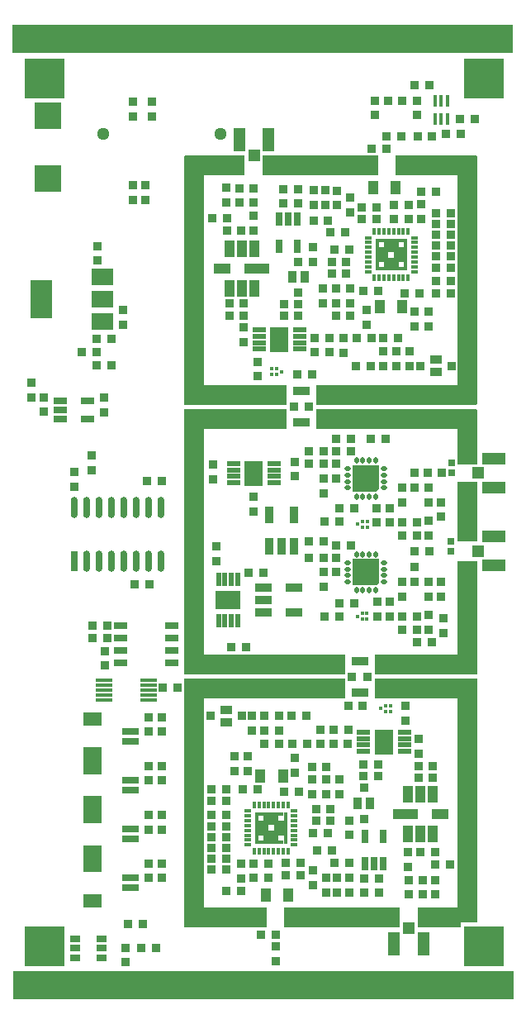
<source format=gts>
%FSLAX24Y24*%
%MOIN*%
G70*
G01*
G75*
G04 Layer_Color=8388736*
%ADD10P,0.0490X8X202.5*%
%ADD11O,0.0138X0.0197*%
%ADD12O,0.0197X0.0138*%
%ADD13R,0.0787X0.1063*%
%ADD14R,0.1063X0.0787*%
%ADD15R,0.0315X0.0315*%
%ADD16R,0.0315X0.0315*%
%ADD17R,0.1024X0.1024*%
%ADD18R,0.0591X0.0299*%
%ADD19R,0.0394X0.0276*%
%ADD20R,0.0394X0.0276*%
%ADD21R,0.0787X0.1496*%
%ADD22R,0.0787X0.0591*%
%ADD23R,0.0787X0.0591*%
%ADD24R,0.0138X0.0354*%
%ADD25O,0.0236X0.0787*%
%ADD26R,0.0236X0.0787*%
%ADD27R,0.0433X0.0866*%
%ADD28R,0.0394X0.0413*%
%ADD29R,0.0630X0.0331*%
%ADD30R,0.0331X0.0630*%
%ADD31R,0.0945X0.0331*%
%ADD32R,0.0110X0.0138*%
%ADD33R,0.0394X0.0276*%
%ADD34R,0.0276X0.0315*%
%ADD35R,0.0276X0.0315*%
%ADD36R,0.0630X0.0315*%
G04:AMPARAMS|DCode=37|XSize=11.8mil|YSize=25.6mil|CornerRadius=3mil|HoleSize=0mil|Usage=FLASHONLY|Rotation=180.000|XOffset=0mil|YOffset=0mil|HoleType=Round|Shape=RoundedRectangle|*
%AMROUNDEDRECTD37*
21,1,0.0118,0.0197,0,0,180.0*
21,1,0.0059,0.0256,0,0,180.0*
1,1,0.0059,-0.0030,0.0098*
1,1,0.0059,0.0030,0.0098*
1,1,0.0059,0.0030,-0.0098*
1,1,0.0059,-0.0030,-0.0098*
%
%ADD37ROUNDEDRECTD37*%
G04:AMPARAMS|DCode=38|XSize=11.8mil|YSize=25.6mil|CornerRadius=3mil|HoleSize=0mil|Usage=FLASHONLY|Rotation=270.000|XOffset=0mil|YOffset=0mil|HoleType=Round|Shape=RoundedRectangle|*
%AMROUNDEDRECTD38*
21,1,0.0118,0.0197,0,0,270.0*
21,1,0.0059,0.0256,0,0,270.0*
1,1,0.0059,-0.0098,-0.0030*
1,1,0.0059,-0.0098,0.0030*
1,1,0.0059,0.0098,0.0030*
1,1,0.0059,0.0098,-0.0030*
%
%ADD38ROUNDEDRECTD38*%
%ADD39R,0.1299X0.1299*%
%ADD40R,0.0197X0.0197*%
%ADD41R,0.0500X0.0252*%
%ADD42R,0.0236X0.0500*%
%ADD43R,0.0354X0.0512*%
%ADD44R,0.0866X0.0433*%
%ADD45R,0.0413X0.0394*%
%ADD46R,0.0500X0.0236*%
%ADD47R,0.0299X0.0591*%
%ADD48R,0.0276X0.0394*%
%ADD49R,0.0315X0.0276*%
%ADD50R,0.0630X0.0236*%
%ADD51R,0.0709X0.0472*%
%ADD52R,0.0591X0.0118*%
%ADD53R,0.1024X0.0748*%
%ADD54R,0.0157X0.0472*%
%ADD55R,0.0472X0.0157*%
%ADD56R,0.0748X0.1024*%
%ADD57C,0.0295*%
%ADD58C,0.0079*%
%ADD59C,0.0098*%
%ADD60C,0.0197*%
%ADD61C,0.0138*%
%ADD62C,0.0276*%
%ADD63C,0.0136*%
%ADD64C,0.0380*%
%ADD65C,0.0118*%
%ADD66C,0.0354*%
%ADD67R,0.0787X1.2451*%
%ADD68R,0.0787X1.2441*%
%ADD69R,0.6496X0.1772*%
%ADD70R,0.3297X0.0787*%
%ADD71R,0.4695X0.0787*%
%ADD72R,0.2441X0.0787*%
%ADD73R,0.4114X0.1772*%
%ADD74R,0.0787X2.1142*%
%ADD75R,0.3337X0.0787*%
%ADD76R,0.0787X1.4764*%
%ADD77R,0.2421X0.0787*%
%ADD78R,0.0787X0.2441*%
%ADD79R,0.1575X0.1575*%
%ADD80C,0.0394*%
%ADD81R,0.1575X0.1575*%
%ADD82C,0.0354*%
%ADD83C,0.0315*%
%ADD84C,0.0276*%
%ADD85C,0.0197*%
%ADD86C,0.0400*%
G04:AMPARAMS|DCode=87|XSize=169.291mil|YSize=169.291mil|CornerRadius=0mil|HoleSize=0mil|Usage=FLASHONLY|Rotation=0.000|XOffset=0mil|YOffset=0mil|HoleType=Round|Shape=Relief|Width=19.7mil|Gap=9.8mil|Entries=4|*
%AMTHD87*
7,0,0,0.1693,0.1496,0.0197,45*
%
%ADD87THD87*%
%ADD88C,0.0866*%
%ADD89C,0.0551*%
%ADD90R,0.0394X0.1000*%
%ADD91C,0.0039*%
%ADD92C,0.0236*%
%ADD93C,0.0080*%
%ADD94C,0.0100*%
%ADD95C,0.0060*%
%ADD96C,0.0059*%
%ADD97R,0.0138X0.0512*%
%ADD98R,0.0118X0.1014*%
%ADD99R,0.0128X0.0551*%
%ADD100R,0.0551X0.0128*%
%ADD101R,0.1014X0.0118*%
%ADD102R,0.0098X0.0128*%
%ADD103R,0.0108X0.0128*%
%ADD104R,0.0138X0.0512*%
%ADD105R,0.0945X0.0669*%
%ADD106R,0.0669X0.0945*%
%ADD107R,0.0866X0.0669*%
%ADD108R,0.0866X0.0669*%
%ADD109R,0.0866X0.1575*%
%ADD110R,0.0177X0.0472*%
%ADD111R,0.0177X0.0472*%
%ADD112R,0.0591X0.0423*%
%ADD113R,0.0423X0.0591*%
%ADD114R,0.0984X0.0157*%
%ADD115R,0.0157X0.1299*%
%ADD116R,0.1772X0.0787*%
%ADD117R,0.0787X0.9833*%
%ADD118R,0.3337X0.0787*%
%ADD119R,0.0787X1.0000*%
%ADD120R,0.4134X0.0787*%
%ADD121R,0.6496X0.0787*%
%ADD122R,0.0787X1.0039*%
%ADD123R,0.3297X0.0787*%
%ADD124R,0.0787X1.0039*%
%ADD125R,2.0215X0.1161*%
%ADD126R,2.0207X0.1157*%
%ADD127R,0.4134X0.0787*%
%ADD128R,0.6496X0.0787*%
%ADD129R,0.0787X1.0669*%
%ADD130R,0.0787X0.2205*%
%ADD131R,0.0787X0.2441*%
%ADD132R,0.0787X0.4567*%
%ADD133R,0.0669X0.0157*%
%ADD134R,0.0768X0.0167*%
%ADD135O,0.0197X0.0256*%
%ADD136O,0.0256X0.0197*%
%ADD137R,0.0374X0.0374*%
%ADD138R,0.0374X0.0374*%
%ADD139R,0.1083X0.1083*%
%ADD140R,0.0650X0.0358*%
%ADD141R,0.0433X0.0315*%
%ADD142R,0.0433X0.0315*%
%ADD143R,0.0846X0.1555*%
%ADD144R,0.0846X0.0650*%
%ADD145R,0.0846X0.0650*%
%ADD146O,0.0295X0.0846*%
%ADD147R,0.0295X0.0846*%
%ADD148R,0.0492X0.0925*%
%ADD149R,0.0453X0.0472*%
%ADD150R,0.0709X0.0409*%
%ADD151R,0.0409X0.0709*%
%ADD152R,0.1024X0.0409*%
%ADD153R,0.0390X0.0689*%
%ADD154R,0.0150X0.0177*%
%ADD155R,0.0453X0.0335*%
%ADD156R,0.0335X0.0374*%
%ADD157R,0.0335X0.0374*%
%ADD158R,0.0689X0.0374*%
G04:AMPARAMS|DCode=159|XSize=15.7mil|YSize=29.5mil|CornerRadius=4.9mil|HoleSize=0mil|Usage=FLASHONLY|Rotation=180.000|XOffset=0mil|YOffset=0mil|HoleType=Round|Shape=RoundedRectangle|*
%AMROUNDEDRECTD159*
21,1,0.0157,0.0197,0,0,180.0*
21,1,0.0059,0.0295,0,0,180.0*
1,1,0.0098,-0.0030,0.0098*
1,1,0.0098,0.0030,0.0098*
1,1,0.0098,0.0030,-0.0098*
1,1,0.0098,-0.0030,-0.0098*
%
%ADD159ROUNDEDRECTD159*%
G04:AMPARAMS|DCode=160|XSize=15.7mil|YSize=29.5mil|CornerRadius=4.9mil|HoleSize=0mil|Usage=FLASHONLY|Rotation=270.000|XOffset=0mil|YOffset=0mil|HoleType=Round|Shape=RoundedRectangle|*
%AMROUNDEDRECTD160*
21,1,0.0157,0.0197,0,0,270.0*
21,1,0.0059,0.0295,0,0,270.0*
1,1,0.0098,-0.0098,-0.0030*
1,1,0.0098,-0.0098,0.0030*
1,1,0.0098,0.0098,0.0030*
1,1,0.0098,0.0098,-0.0030*
%
%ADD160ROUNDEDRECTD160*%
%ADD161R,0.0256X0.0256*%
%ADD162R,0.0559X0.0311*%
%ADD163R,0.0295X0.0559*%
%ADD164R,0.0413X0.0571*%
%ADD165R,0.0925X0.0492*%
%ADD166R,0.0472X0.0453*%
%ADD167R,0.0559X0.0295*%
%ADD168R,0.0358X0.0650*%
%ADD169R,0.0335X0.0453*%
%ADD170R,0.0374X0.0335*%
%ADD171R,0.0689X0.0295*%
%ADD172R,0.0768X0.0532*%
%ADD173R,0.0217X0.0532*%
%ADD174R,0.0532X0.0217*%
%ADD175R,0.1634X0.1634*%
%ADD176C,0.0512*%
%ADD177R,0.1634X0.1634*%
G36*
X75305Y46959D02*
X75187Y46841D01*
X74242D01*
Y47904D01*
X75305D01*
Y46959D01*
D02*
G37*
G36*
Y50748D02*
X75187Y50630D01*
X74242D01*
Y51693D01*
X75305D01*
Y50748D01*
D02*
G37*
G54D53*
X69203Y46250D02*
D03*
G54D56*
X70246Y51368D02*
D03*
X71280Y56762D02*
D03*
X75502Y40531D02*
D03*
G54D71*
X73794Y33465D02*
D03*
X72938Y63780D02*
D03*
G54D72*
X68681D02*
D03*
G54D107*
X64144Y59293D02*
D03*
Y57481D02*
D03*
G54D108*
Y58387D02*
D03*
G54D109*
X61663D02*
D03*
G54D110*
X77549Y65640D02*
D03*
X78061Y65640D02*
D03*
X78061Y66388D02*
D03*
X77549Y66388D02*
D03*
G54D111*
X77805Y65640D02*
D03*
X77805Y66388D02*
D03*
G54D112*
X70945Y37375D02*
D03*
Y36755D02*
D03*
X75788Y59869D02*
D03*
Y60489D02*
D03*
G54D113*
X71255Y37065D02*
D03*
X70635D02*
D03*
X75478Y60179D02*
D03*
X76098D02*
D03*
G54D114*
X70945Y36494D02*
D03*
Y37636D02*
D03*
X75788Y60750D02*
D03*
Y59608D02*
D03*
G54D115*
X71516Y37065D02*
D03*
X70374D02*
D03*
X75217Y60179D02*
D03*
X76359D02*
D03*
G54D116*
X77717Y33465D02*
D03*
G54D117*
X78858Y38155D02*
D03*
G54D118*
X69109Y33465D02*
D03*
G54D119*
X67835Y38071D02*
D03*
G54D120*
X69508Y53543D02*
D03*
X77185Y43661D02*
D03*
G54D121*
X76004Y53543D02*
D03*
X70689Y43661D02*
D03*
G54D122*
X78858Y59154D02*
D03*
G54D123*
X77603Y63780D02*
D03*
G54D124*
X67835Y59154D02*
D03*
G54D125*
X70611Y68888D02*
D03*
G54D126*
X70615Y30716D02*
D03*
G54D127*
X69508Y54528D02*
D03*
X77185Y42677D02*
D03*
G54D128*
X76004Y54528D02*
D03*
X70689Y42677D02*
D03*
G54D129*
X67835Y48602D02*
D03*
G54D130*
X78858Y52835D02*
D03*
G54D131*
X78858Y49823D02*
D03*
G54D132*
X78858Y45551D02*
D03*
G54D133*
X65984Y43012D02*
D03*
X64213D02*
D03*
X64213Y42815D02*
D03*
X65984D02*
D03*
X64213Y42618D02*
D03*
X65984D02*
D03*
X64213Y42421D02*
D03*
X65984D02*
D03*
X64213Y42224D02*
D03*
X65984D02*
D03*
G54D134*
X63740Y39769D02*
D03*
Y37800D02*
D03*
Y35832D02*
D03*
G54D135*
X75157Y50433D02*
D03*
X74902D02*
D03*
X74646D02*
D03*
X74390D02*
D03*
Y51890D02*
D03*
X74646D02*
D03*
X74902D02*
D03*
X75157D02*
D03*
Y48100D02*
D03*
X74902D02*
D03*
X74646D02*
D03*
X74390D02*
D03*
Y46644D02*
D03*
X74646D02*
D03*
X74902D02*
D03*
X75157D02*
D03*
G54D136*
X74045Y50778D02*
D03*
Y51033D02*
D03*
Y51289D02*
D03*
Y51545D02*
D03*
X75502D02*
D03*
Y51289D02*
D03*
Y51033D02*
D03*
Y50778D02*
D03*
Y46988D02*
D03*
Y47244D02*
D03*
Y47500D02*
D03*
Y47756D02*
D03*
X74045D02*
D03*
Y47500D02*
D03*
Y47244D02*
D03*
Y46988D02*
D03*
G54D137*
X71890Y51831D02*
D03*
Y51240D02*
D03*
X70236Y50423D02*
D03*
Y49833D02*
D03*
X68730Y47835D02*
D03*
Y48425D02*
D03*
X71260Y40984D02*
D03*
Y41575D02*
D03*
X73612Y35039D02*
D03*
Y34449D02*
D03*
X71132Y32293D02*
D03*
Y31703D02*
D03*
X73150Y35049D02*
D03*
Y34459D02*
D03*
X73583Y62175D02*
D03*
Y62766D02*
D03*
X73120Y62185D02*
D03*
Y62776D02*
D03*
X69449Y39961D02*
D03*
Y39370D02*
D03*
X77283Y57283D02*
D03*
Y57874D02*
D03*
X74104Y37362D02*
D03*
Y36772D02*
D03*
X72628Y59882D02*
D03*
Y60472D02*
D03*
X64222Y44203D02*
D03*
Y43612D02*
D03*
X75207Y49380D02*
D03*
Y49970D02*
D03*
X68612Y51713D02*
D03*
Y51122D02*
D03*
X69724Y35028D02*
D03*
Y35618D02*
D03*
X72628Y34764D02*
D03*
Y35354D02*
D03*
X73691Y38433D02*
D03*
Y39024D02*
D03*
X70000Y39370D02*
D03*
Y39961D02*
D03*
X71890Y39281D02*
D03*
Y39872D02*
D03*
X70669Y40984D02*
D03*
Y41575D02*
D03*
X70177Y40984D02*
D03*
Y41575D02*
D03*
X76378Y41398D02*
D03*
Y41988D02*
D03*
X72943Y40443D02*
D03*
Y41033D02*
D03*
X76886Y40646D02*
D03*
Y40055D02*
D03*
X76467Y35492D02*
D03*
Y36083D02*
D03*
X77570Y34963D02*
D03*
Y34372D02*
D03*
X77008Y62217D02*
D03*
Y61626D02*
D03*
X74124Y62480D02*
D03*
Y61890D02*
D03*
X73041Y58811D02*
D03*
Y58220D02*
D03*
X76732Y57874D02*
D03*
Y57283D02*
D03*
X74813Y57943D02*
D03*
Y57352D02*
D03*
X76014Y56289D02*
D03*
Y55699D02*
D03*
X75472Y56289D02*
D03*
Y55699D02*
D03*
X76545Y56289D02*
D03*
Y55699D02*
D03*
X70404Y55866D02*
D03*
Y55276D02*
D03*
X69843Y56652D02*
D03*
Y57242D02*
D03*
X70246Y61754D02*
D03*
Y61163D02*
D03*
X69142Y62281D02*
D03*
Y62872D02*
D03*
X65354Y62972D02*
D03*
Y62382D02*
D03*
Y65748D02*
D03*
Y66339D02*
D03*
X65876Y62972D02*
D03*
Y62382D02*
D03*
X66142Y65748D02*
D03*
Y66339D02*
D03*
X65069Y31644D02*
D03*
Y32234D02*
D03*
X76821Y66398D02*
D03*
Y65807D02*
D03*
X75118D02*
D03*
Y66398D02*
D03*
X61270Y55020D02*
D03*
Y54429D02*
D03*
X61762Y53839D02*
D03*
Y54429D02*
D03*
X64183Y53829D02*
D03*
Y54419D02*
D03*
X63937Y60532D02*
D03*
Y59941D02*
D03*
X64970Y57362D02*
D03*
Y57953D02*
D03*
X62992Y51417D02*
D03*
Y50827D02*
D03*
X77795Y50197D02*
D03*
Y49606D02*
D03*
X77313Y49459D02*
D03*
Y48868D02*
D03*
X76240Y50787D02*
D03*
Y50197D02*
D03*
X76742Y50787D02*
D03*
Y51378D02*
D03*
X75728Y49380D02*
D03*
Y49970D02*
D03*
X77795Y46398D02*
D03*
Y46988D02*
D03*
X77303Y45659D02*
D03*
Y45069D02*
D03*
X76230Y46988D02*
D03*
Y46398D02*
D03*
X77913Y45512D02*
D03*
Y44921D02*
D03*
X76742Y46988D02*
D03*
Y47579D02*
D03*
X75728Y45581D02*
D03*
Y46171D02*
D03*
X75217Y45581D02*
D03*
Y46171D02*
D03*
X77303Y46988D02*
D03*
Y46398D02*
D03*
X77313Y50787D02*
D03*
Y50197D02*
D03*
X73858Y56220D02*
D03*
Y56811D02*
D03*
X72648Y62776D02*
D03*
Y62185D02*
D03*
X74085Y34449D02*
D03*
Y35039D02*
D03*
X63711Y52077D02*
D03*
Y51486D02*
D03*
X73051Y47372D02*
D03*
Y46781D02*
D03*
X73563Y47372D02*
D03*
Y47963D02*
D03*
X73061Y51152D02*
D03*
Y50561D02*
D03*
X73563Y51152D02*
D03*
Y51742D02*
D03*
X66535Y35630D02*
D03*
Y35039D02*
D03*
Y37589D02*
D03*
Y36998D02*
D03*
X66545Y39567D02*
D03*
Y38976D02*
D03*
X66535Y41535D02*
D03*
Y40945D02*
D03*
X66004Y35630D02*
D03*
Y35039D02*
D03*
Y37589D02*
D03*
Y36998D02*
D03*
X66014Y39567D02*
D03*
Y38976D02*
D03*
X66004Y41535D02*
D03*
Y40945D02*
D03*
G54D138*
X70030Y47362D02*
D03*
X70620D02*
D03*
X69134Y34516D02*
D03*
X69724D02*
D03*
X75285Y34439D02*
D03*
X74695D02*
D03*
X75285Y35006D02*
D03*
X74695D02*
D03*
X71447Y62805D02*
D03*
X72037D02*
D03*
X71447Y62238D02*
D03*
X72037D02*
D03*
X72470Y48612D02*
D03*
X73061D02*
D03*
X78602Y65049D02*
D03*
X78012D02*
D03*
X69921Y44341D02*
D03*
X69331D02*
D03*
X69134Y35384D02*
D03*
X68543D02*
D03*
X69134Y35817D02*
D03*
X68543D02*
D03*
X77598Y61860D02*
D03*
X78189D02*
D03*
X77598Y61427D02*
D03*
X78189D02*
D03*
X70541Y32766D02*
D03*
X71132D02*
D03*
X70837Y35057D02*
D03*
X70246D02*
D03*
X71545Y35165D02*
D03*
X72136D02*
D03*
X70837Y35608D02*
D03*
X70246D02*
D03*
X71545Y35638D02*
D03*
X72136D02*
D03*
X69134Y36250D02*
D03*
X68543D02*
D03*
X69134Y36683D02*
D03*
X68543D02*
D03*
X73396Y36142D02*
D03*
X72805D02*
D03*
X68543Y37116D02*
D03*
X69134D02*
D03*
X73494Y35669D02*
D03*
X74085D02*
D03*
X72638Y36860D02*
D03*
X73228D02*
D03*
X69134Y37589D02*
D03*
X68543D02*
D03*
Y38612D02*
D03*
X69134D02*
D03*
X73346Y37360D02*
D03*
X72756D02*
D03*
X68543Y38140D02*
D03*
X69134D02*
D03*
X73179Y39526D02*
D03*
X72589D02*
D03*
X73346Y37823D02*
D03*
X72756D02*
D03*
X73179Y38423D02*
D03*
X72589D02*
D03*
X70394Y38612D02*
D03*
X69803D02*
D03*
X73179Y39014D02*
D03*
X72589D02*
D03*
X71476Y38533D02*
D03*
X72067D02*
D03*
X70669Y40443D02*
D03*
X71260D02*
D03*
X71772Y41575D02*
D03*
X72362D02*
D03*
X71811Y40443D02*
D03*
X72402D02*
D03*
X74045Y40443D02*
D03*
X73455D02*
D03*
X74055Y41033D02*
D03*
X73465D02*
D03*
X74681Y39610D02*
D03*
X75272D02*
D03*
X74681Y39148D02*
D03*
X75272D02*
D03*
X77480Y39567D02*
D03*
X76890D02*
D03*
X77559Y36081D02*
D03*
X76968D02*
D03*
X77077Y34961D02*
D03*
X76486D02*
D03*
X76886Y39071D02*
D03*
X77476D02*
D03*
X78150Y35579D02*
D03*
X77559D02*
D03*
X76486Y34390D02*
D03*
X77077D02*
D03*
X75010Y64468D02*
D03*
X75600D02*
D03*
X75600Y64961D02*
D03*
X76191D02*
D03*
X77598Y62728D02*
D03*
X77008D02*
D03*
X75896Y62187D02*
D03*
X76486D02*
D03*
X75187Y62079D02*
D03*
X74596D02*
D03*
X75896Y61636D02*
D03*
X76486D02*
D03*
X75187Y61606D02*
D03*
X74596D02*
D03*
X77598Y60994D02*
D03*
X78189D02*
D03*
X77598Y60561D02*
D03*
X78189D02*
D03*
X73346Y61102D02*
D03*
X73937D02*
D03*
X78189Y60128D02*
D03*
X77598D02*
D03*
X73238Y61555D02*
D03*
X72648D02*
D03*
X74094Y60384D02*
D03*
X73504D02*
D03*
X77598Y59656D02*
D03*
X78189D02*
D03*
Y58632D02*
D03*
X77598D02*
D03*
X73386Y59884D02*
D03*
X73976D02*
D03*
X78189Y59104D02*
D03*
X77598D02*
D03*
X73553Y57719D02*
D03*
X74144D02*
D03*
X73386Y59421D02*
D03*
X73976D02*
D03*
X73553Y58821D02*
D03*
X74144D02*
D03*
X76339Y58632D02*
D03*
X76929D02*
D03*
X73553Y58230D02*
D03*
X74144D02*
D03*
X75256Y58711D02*
D03*
X74665D02*
D03*
X76063Y56811D02*
D03*
X75472D02*
D03*
X74961Y55699D02*
D03*
X74370D02*
D03*
X75000Y56811D02*
D03*
X74409D02*
D03*
X72707Y56811D02*
D03*
X73297D02*
D03*
X72707Y56260D02*
D03*
X73297D02*
D03*
X72047Y57728D02*
D03*
X71457D02*
D03*
X72047Y58191D02*
D03*
X71457D02*
D03*
X69252Y57736D02*
D03*
X69843D02*
D03*
X69154Y61163D02*
D03*
X69744D02*
D03*
X69656Y62283D02*
D03*
X70246D02*
D03*
X69843Y58218D02*
D03*
X69252D02*
D03*
X68563Y61665D02*
D03*
X69154D02*
D03*
X70246Y62854D02*
D03*
X69656D02*
D03*
X64321Y44724D02*
D03*
X63730D02*
D03*
X64321Y45226D02*
D03*
X63730D02*
D03*
X66299Y32224D02*
D03*
X65709D02*
D03*
X65748Y33189D02*
D03*
X65157D02*
D03*
X77441Y64951D02*
D03*
X76850D02*
D03*
X75650Y66398D02*
D03*
X76240D02*
D03*
X78573Y65640D02*
D03*
X79163D02*
D03*
X76732Y67018D02*
D03*
X77323D02*
D03*
X63898Y56260D02*
D03*
X63307D02*
D03*
X64488Y56782D02*
D03*
X63898D02*
D03*
X64498Y55718D02*
D03*
X63907D02*
D03*
X65443Y46890D02*
D03*
X66033D02*
D03*
X66535Y51063D02*
D03*
X65945D02*
D03*
X74154Y52756D02*
D03*
X73563D02*
D03*
X76831Y48868D02*
D03*
X76240D02*
D03*
X75561Y52756D02*
D03*
X74970D02*
D03*
X76240Y49380D02*
D03*
X76831D02*
D03*
X77254Y51378D02*
D03*
X77844D02*
D03*
X77421Y44557D02*
D03*
X76831D02*
D03*
X76831Y45069D02*
D03*
X76240D02*
D03*
X72470Y52264D02*
D03*
X73061D02*
D03*
X76240Y45591D02*
D03*
X76831D02*
D03*
X76742Y48228D02*
D03*
X77333D02*
D03*
X72598Y55344D02*
D03*
X72008D02*
D03*
X74055Y41978D02*
D03*
X74646D02*
D03*
X73110Y45600D02*
D03*
X73701D02*
D03*
X73701Y46112D02*
D03*
X74291D02*
D03*
X73563Y48465D02*
D03*
X74154D02*
D03*
X73061Y47963D02*
D03*
X72470D02*
D03*
X73110Y49429D02*
D03*
X73701D02*
D03*
X73701Y49941D02*
D03*
X74291D02*
D03*
X73563Y52264D02*
D03*
X74154D02*
D03*
X73061Y51742D02*
D03*
X72470D02*
D03*
X67156Y42736D02*
D03*
X66565D02*
D03*
G54D139*
X61929Y63268D02*
D03*
Y65787D02*
D03*
G54D140*
X70620Y45760D02*
D03*
Y46260D02*
D03*
Y46760D02*
D03*
X71860D02*
D03*
Y45760D02*
D03*
G54D141*
X64085Y32579D02*
D03*
Y31831D02*
D03*
X63022D02*
D03*
Y32579D02*
D03*
G54D142*
X64085Y32205D02*
D03*
X63022D02*
D03*
G54D143*
X61663Y58386D02*
D03*
G54D144*
X64144Y59291D02*
D03*
Y57480D02*
D03*
G54D145*
Y58386D02*
D03*
G54D146*
X66494Y49980D02*
D03*
X65994D02*
D03*
X65494D02*
D03*
X64994D02*
D03*
X64494D02*
D03*
X63994D02*
D03*
X63494D02*
D03*
X62994D02*
D03*
X66494Y47815D02*
D03*
X65994D02*
D03*
X65494D02*
D03*
X64994D02*
D03*
X64494D02*
D03*
X63994D02*
D03*
X63494D02*
D03*
G54D147*
X62994D02*
D03*
G54D148*
X77087Y32402D02*
D03*
X75906D02*
D03*
X69665Y64833D02*
D03*
X70846D02*
D03*
G54D149*
X76496Y33031D02*
D03*
X70256Y64203D02*
D03*
G54D150*
X77769Y37618D02*
D03*
X68952Y59629D02*
D03*
G54D151*
X77469Y38418D02*
D03*
X76469D02*
D03*
X76968D02*
D03*
X69252Y58829D02*
D03*
X70252D02*
D03*
X69752D02*
D03*
G54D152*
X76368Y37618D02*
D03*
X70352Y59629D02*
D03*
G54D153*
X77469Y36818D02*
D03*
X76968D02*
D03*
X76469D02*
D03*
X69252Y60429D02*
D03*
X69752D02*
D03*
X70252D02*
D03*
G54D154*
X75354Y41875D02*
D03*
X75748Y41762D02*
D03*
Y41988D02*
D03*
X75551D02*
D03*
Y41762D02*
D03*
X71358Y55463D02*
D03*
X70965Y55576D02*
D03*
Y55349D02*
D03*
X71161D02*
D03*
Y55576D02*
D03*
X74616Y45487D02*
D03*
Y45714D02*
D03*
X74813D02*
D03*
Y45487D02*
D03*
X74419Y45600D02*
D03*
X74626Y49193D02*
D03*
Y49419D02*
D03*
X74823D02*
D03*
Y49193D02*
D03*
X74429Y49306D02*
D03*
G54D155*
X69144Y41831D02*
D03*
Y41319D02*
D03*
X77598Y55955D02*
D03*
Y55443D02*
D03*
G54D156*
X69774Y41575D02*
D03*
X68514D02*
D03*
X78228Y55699D02*
D03*
X76968D02*
D03*
G54D157*
X74213Y43150D02*
D03*
X74843D02*
D03*
X71850Y54045D02*
D03*
X72480D02*
D03*
G54D158*
X74528Y43780D02*
D03*
Y42520D02*
D03*
X72165Y54675D02*
D03*
Y53415D02*
D03*
G54D159*
X71437Y38000D02*
D03*
X71240D02*
D03*
X71043D02*
D03*
X70846D02*
D03*
X70650D02*
D03*
X70453D02*
D03*
Y36130D02*
D03*
X70650D02*
D03*
X70846D02*
D03*
X71043D02*
D03*
X71240D02*
D03*
X71437D02*
D03*
X70256Y38000D02*
D03*
X71634D02*
D03*
X70256Y36130D02*
D03*
X71634D02*
D03*
X75295Y59244D02*
D03*
X75492D02*
D03*
X75689D02*
D03*
X75886D02*
D03*
X76083D02*
D03*
X76280D02*
D03*
Y61114D02*
D03*
X76083D02*
D03*
X75886D02*
D03*
X75689D02*
D03*
X75492D02*
D03*
X75295D02*
D03*
X76476Y59244D02*
D03*
X75098D02*
D03*
X76476Y61114D02*
D03*
X75098D02*
D03*
G54D160*
X70010Y37557D02*
D03*
Y37360D02*
D03*
Y37163D02*
D03*
Y36967D02*
D03*
Y36770D02*
D03*
Y36573D02*
D03*
X71880Y37360D02*
D03*
Y37163D02*
D03*
Y36967D02*
D03*
Y36770D02*
D03*
Y36573D02*
D03*
Y36376D02*
D03*
Y37557D02*
D03*
Y37754D02*
D03*
X70010Y36376D02*
D03*
Y37754D02*
D03*
X76722Y59687D02*
D03*
Y59884D02*
D03*
Y60081D02*
D03*
Y60278D02*
D03*
Y60474D02*
D03*
Y60671D02*
D03*
X74852Y59884D02*
D03*
Y60081D02*
D03*
Y60278D02*
D03*
Y60474D02*
D03*
Y60671D02*
D03*
Y60868D02*
D03*
Y59687D02*
D03*
Y59490D02*
D03*
X76722Y60868D02*
D03*
Y59490D02*
D03*
G54D161*
X78209Y48622D02*
D03*
Y48228D02*
D03*
X78238Y51772D02*
D03*
Y51378D02*
D03*
G54D162*
X64878Y45222D02*
D03*
Y44722D02*
D03*
Y44222D02*
D03*
Y43722D02*
D03*
X66929Y45222D02*
D03*
Y44722D02*
D03*
Y44222D02*
D03*
Y43722D02*
D03*
G54D163*
X75473Y36716D02*
D03*
X75099Y35616D02*
D03*
X74725Y36716D02*
D03*
Y35616D02*
D03*
X75473D02*
D03*
X71260Y60528D02*
D03*
X71634Y61628D02*
D03*
X72008Y60528D02*
D03*
Y61628D02*
D03*
X71260D02*
D03*
G54D164*
X70738Y34360D02*
D03*
X71644D02*
D03*
X75974Y62884D02*
D03*
X75069D02*
D03*
X70512Y39163D02*
D03*
X71417D02*
D03*
X76220Y58081D02*
D03*
X75315D02*
D03*
G54D165*
X79931Y48819D02*
D03*
Y47638D02*
D03*
X79921Y51968D02*
D03*
Y50787D02*
D03*
G54D166*
X79301Y48228D02*
D03*
X79291Y51378D02*
D03*
G54D167*
X63517Y53553D02*
D03*
X62417Y53927D02*
D03*
X63517Y54301D02*
D03*
X62417D02*
D03*
Y53553D02*
D03*
G54D168*
X71848Y48435D02*
D03*
X71348D02*
D03*
X70848D02*
D03*
Y49675D02*
D03*
X71848D02*
D03*
G54D169*
X72293Y59272D02*
D03*
X71782D02*
D03*
X74947Y38067D02*
D03*
X74435D02*
D03*
G54D170*
X72037Y58642D02*
D03*
Y59902D02*
D03*
X74691Y37437D02*
D03*
Y38697D02*
D03*
G54D171*
X65276Y34646D02*
D03*
Y35039D02*
D03*
Y36614D02*
D03*
Y37008D02*
D03*
Y38583D02*
D03*
Y38976D02*
D03*
Y40551D02*
D03*
Y40945D02*
D03*
G54D172*
X63740Y35551D02*
D03*
Y34134D02*
D03*
Y37520D02*
D03*
Y36102D02*
D03*
Y39488D02*
D03*
Y38071D02*
D03*
Y41457D02*
D03*
Y40039D02*
D03*
G54D173*
X68819Y47077D02*
D03*
X69075Y47081D02*
D03*
X69331Y47077D02*
D03*
X69587D02*
D03*
Y45423D02*
D03*
X69331D02*
D03*
X69075D02*
D03*
X68819D02*
D03*
G54D174*
X69419Y51752D02*
D03*
Y51496D02*
D03*
Y51240D02*
D03*
Y50984D02*
D03*
X71073D02*
D03*
Y51240D02*
D03*
X71077Y51496D02*
D03*
X71073Y51752D02*
D03*
X70453Y56378D02*
D03*
X70449Y56634D02*
D03*
X70453Y56890D02*
D03*
Y57146D02*
D03*
X72106D02*
D03*
Y56890D02*
D03*
Y56634D02*
D03*
Y56378D02*
D03*
X74675Y40915D02*
D03*
Y40659D02*
D03*
Y40404D02*
D03*
Y40148D02*
D03*
X76329D02*
D03*
Y40404D02*
D03*
X76333Y40659D02*
D03*
X76329Y40915D02*
D03*
G54D175*
X79528Y32303D02*
D03*
Y67303D02*
D03*
X61811D02*
D03*
G54D176*
X64173Y65039D02*
D03*
X68898D02*
D03*
G54D177*
X61811Y32303D02*
D03*
M02*

</source>
